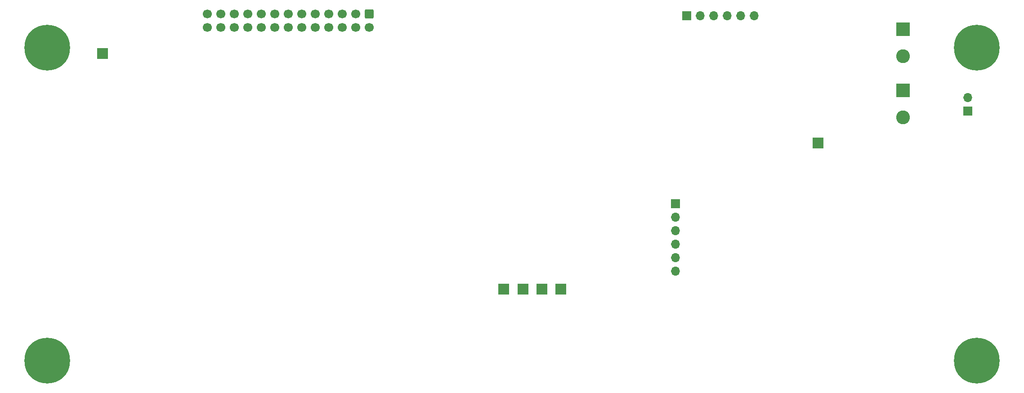
<source format=gbs>
G04 #@! TF.GenerationSoftware,KiCad,Pcbnew,7.0.9*
G04 #@! TF.CreationDate,2023-12-07T14:07:33+01:00*
G04 #@! TF.ProjectId,ESP32-S3_flipdot,45535033-322d-4533-935f-666c6970646f,rev?*
G04 #@! TF.SameCoordinates,Original*
G04 #@! TF.FileFunction,Soldermask,Bot*
G04 #@! TF.FilePolarity,Negative*
%FSLAX46Y46*%
G04 Gerber Fmt 4.6, Leading zero omitted, Abs format (unit mm)*
G04 Created by KiCad (PCBNEW 7.0.9) date 2023-12-07 14:07:33*
%MOMM*%
%LPD*%
G01*
G04 APERTURE LIST*
G04 Aperture macros list*
%AMRoundRect*
0 Rectangle with rounded corners*
0 $1 Rounding radius*
0 $2 $3 $4 $5 $6 $7 $8 $9 X,Y pos of 4 corners*
0 Add a 4 corners polygon primitive as box body*
4,1,4,$2,$3,$4,$5,$6,$7,$8,$9,$2,$3,0*
0 Add four circle primitives for the rounded corners*
1,1,$1+$1,$2,$3*
1,1,$1+$1,$4,$5*
1,1,$1+$1,$6,$7*
1,1,$1+$1,$8,$9*
0 Add four rect primitives between the rounded corners*
20,1,$1+$1,$2,$3,$4,$5,0*
20,1,$1+$1,$4,$5,$6,$7,0*
20,1,$1+$1,$6,$7,$8,$9,0*
20,1,$1+$1,$8,$9,$2,$3,0*%
G04 Aperture macros list end*
%ADD10C,8.600000*%
%ADD11R,2.000000X2.000000*%
%ADD12R,1.700000X1.700000*%
%ADD13O,1.700000X1.700000*%
%ADD14R,2.600000X2.600000*%
%ADD15C,2.600000*%
%ADD16RoundRect,0.250000X-0.600000X0.600000X-0.600000X-0.600000X0.600000X-0.600000X0.600000X0.600000X0*%
%ADD17C,1.700000*%
G04 APERTURE END LIST*
D10*
X230000000Y-119000000D03*
D11*
X144550000Y-105500000D03*
D12*
X228300000Y-72000000D03*
D13*
X228300000Y-69460000D03*
D10*
X230000000Y-60000000D03*
D11*
X148133333Y-105500000D03*
D12*
X175360000Y-54000000D03*
D13*
X177900000Y-54000000D03*
X180440000Y-54000000D03*
X182980000Y-54000000D03*
X185520000Y-54000000D03*
X188060000Y-54000000D03*
D14*
X216140000Y-68060000D03*
D15*
X216140000Y-73140000D03*
D16*
X115615000Y-53665000D03*
D17*
X115615000Y-56205000D03*
X113075000Y-53665000D03*
X113075000Y-56205000D03*
X110535000Y-53665000D03*
X110535000Y-56205000D03*
X107995000Y-53665000D03*
X107995000Y-56205000D03*
X105455000Y-53665000D03*
X105455000Y-56205000D03*
X102915000Y-53665000D03*
X102915000Y-56205000D03*
X100375000Y-53665000D03*
X100375000Y-56205000D03*
X97835000Y-53665000D03*
X97835000Y-56205000D03*
X95295000Y-53665000D03*
X95295000Y-56205000D03*
X92755000Y-53665000D03*
X92755000Y-56205000D03*
X90215000Y-53665000D03*
X90215000Y-56205000D03*
X87675000Y-53665000D03*
X87675000Y-56205000D03*
X85135000Y-53665000D03*
X85135000Y-56205000D03*
D10*
X55000000Y-60000000D03*
D11*
X200100000Y-78000000D03*
X140966667Y-105500000D03*
D12*
X173300000Y-89440000D03*
D13*
X173300000Y-91980000D03*
X173300000Y-94520000D03*
X173300000Y-97060000D03*
X173300000Y-99600000D03*
X173300000Y-102140000D03*
D11*
X65450000Y-61150000D03*
X151716667Y-105500000D03*
D14*
X216160000Y-56550000D03*
D15*
X216160000Y-61630000D03*
D10*
X55000000Y-119000000D03*
M02*

</source>
